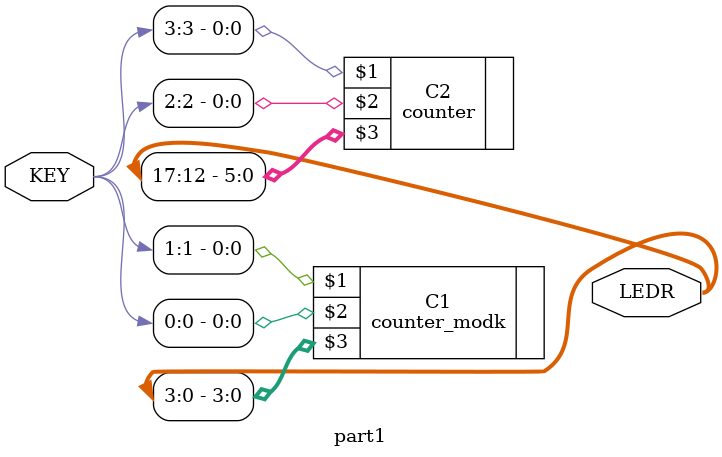
<source format=v>
module part1 (KEY, LEDR);
  input [3:0] KEY;
  output [17:0] LEDR;

  counter_modk C1 (KEY[1], KEY[0], LEDR[3:0]);
  defparam C1.n = 4;
  defparam C1.k = 9;

  counter C2 (KEY[3], KEY[2], LEDR[17:12]);
  defparam C2.n = 6;
  defparam C1.k = 30;

endmodule

</source>
